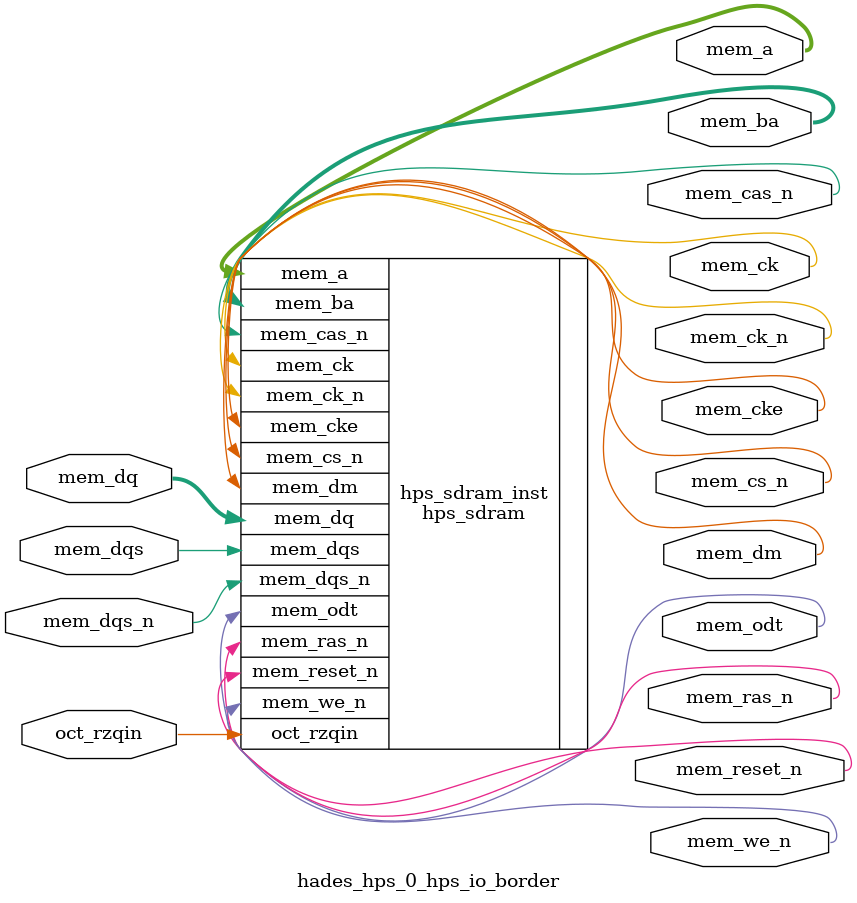
<source format=sv>


module hades_hps_0_hps_io_border(
// memory
  output wire [13 - 1 : 0 ] mem_a
 ,output wire [3 - 1 : 0 ] mem_ba
 ,output wire [1 - 1 : 0 ] mem_ck
 ,output wire [1 - 1 : 0 ] mem_ck_n
 ,output wire [1 - 1 : 0 ] mem_cke
 ,output wire [1 - 1 : 0 ] mem_cs_n
 ,output wire [1 - 1 : 0 ] mem_ras_n
 ,output wire [1 - 1 : 0 ] mem_cas_n
 ,output wire [1 - 1 : 0 ] mem_we_n
 ,output wire [1 - 1 : 0 ] mem_reset_n
 ,inout wire [8 - 1 : 0 ] mem_dq
 ,inout wire [1 - 1 : 0 ] mem_dqs
 ,inout wire [1 - 1 : 0 ] mem_dqs_n
 ,output wire [1 - 1 : 0 ] mem_odt
 ,output wire [1 - 1 : 0 ] mem_dm
 ,input wire [1 - 1 : 0 ] oct_rzqin
);


hps_sdram hps_sdram_inst(
 .mem_dq({
    mem_dq[7:0] // 7:0
  })
,.mem_odt({
    mem_odt[0:0] // 0:0
  })
,.mem_ras_n({
    mem_ras_n[0:0] // 0:0
  })
,.mem_dqs_n({
    mem_dqs_n[0:0] // 0:0
  })
,.mem_dqs({
    mem_dqs[0:0] // 0:0
  })
,.mem_dm({
    mem_dm[0:0] // 0:0
  })
,.mem_we_n({
    mem_we_n[0:0] // 0:0
  })
,.mem_cas_n({
    mem_cas_n[0:0] // 0:0
  })
,.mem_ba({
    mem_ba[2:0] // 2:0
  })
,.mem_a({
    mem_a[12:0] // 12:0
  })
,.mem_cs_n({
    mem_cs_n[0:0] // 0:0
  })
,.mem_ck({
    mem_ck[0:0] // 0:0
  })
,.mem_cke({
    mem_cke[0:0] // 0:0
  })
,.oct_rzqin({
    oct_rzqin[0:0] // 0:0
  })
,.mem_reset_n({
    mem_reset_n[0:0] // 0:0
  })
,.mem_ck_n({
    mem_ck_n[0:0] // 0:0
  })
);

endmodule


</source>
